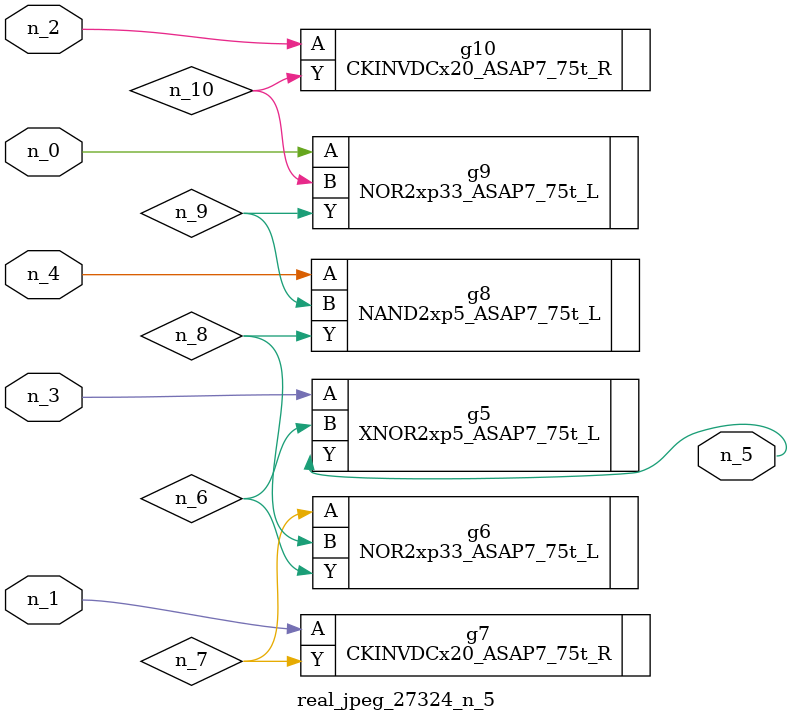
<source format=v>
module real_jpeg_27324_n_5 (n_4, n_0, n_1, n_2, n_3, n_5);

input n_4;
input n_0;
input n_1;
input n_2;
input n_3;

output n_5;

wire n_8;
wire n_6;
wire n_7;
wire n_10;
wire n_9;

NOR2xp33_ASAP7_75t_L g9 ( 
.A(n_0),
.B(n_10),
.Y(n_9)
);

CKINVDCx20_ASAP7_75t_R g7 ( 
.A(n_1),
.Y(n_7)
);

CKINVDCx20_ASAP7_75t_R g10 ( 
.A(n_2),
.Y(n_10)
);

XNOR2xp5_ASAP7_75t_L g5 ( 
.A(n_3),
.B(n_6),
.Y(n_5)
);

NAND2xp5_ASAP7_75t_L g8 ( 
.A(n_4),
.B(n_9),
.Y(n_8)
);

NOR2xp33_ASAP7_75t_L g6 ( 
.A(n_7),
.B(n_8),
.Y(n_6)
);


endmodule
</source>
